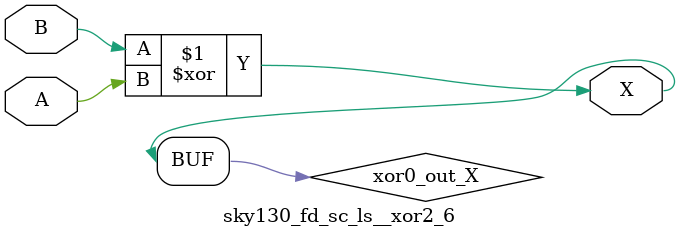
<source format=v>
module sky130_fd_sc_ls__xor2_6 (
    X,
    A,
    B
);
    output X;
    input  A;
    input  B;
    wire xor0_out_X;
    xor xor0 (xor0_out_X, B, A           );
    buf buf0 (X         , xor0_out_X     );
endmodule
</source>
